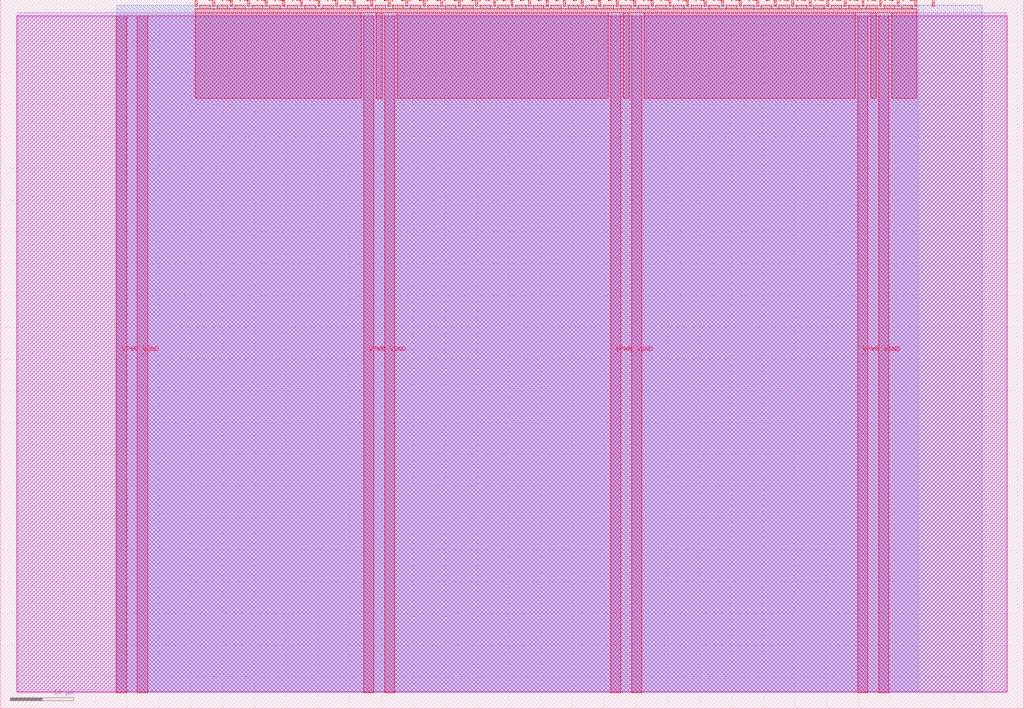
<source format=lef>
VERSION 5.7 ;
  NOWIREEXTENSIONATPIN ON ;
  DIVIDERCHAR "/" ;
  BUSBITCHARS "[]" ;
MACRO tt_um_anislam
  CLASS BLOCK ;
  FOREIGN tt_um_anislam ;
  ORIGIN 0.000 0.000 ;
  SIZE 161.000 BY 111.520 ;
  PIN VGND
    DIRECTION INOUT ;
    USE GROUND ;
    PORT
      LAYER met4 ;
        RECT 21.580 2.480 23.180 109.040 ;
    END
    PORT
      LAYER met4 ;
        RECT 60.450 2.480 62.050 109.040 ;
    END
    PORT
      LAYER met4 ;
        RECT 99.320 2.480 100.920 109.040 ;
    END
    PORT
      LAYER met4 ;
        RECT 138.190 2.480 139.790 109.040 ;
    END
  END VGND
  PIN VPWR
    DIRECTION INOUT ;
    USE POWER ;
    PORT
      LAYER met4 ;
        RECT 18.280 2.480 19.880 109.040 ;
    END
    PORT
      LAYER met4 ;
        RECT 57.150 2.480 58.750 109.040 ;
    END
    PORT
      LAYER met4 ;
        RECT 96.020 2.480 97.620 109.040 ;
    END
    PORT
      LAYER met4 ;
        RECT 134.890 2.480 136.490 109.040 ;
    END
  END VPWR
  PIN clk
    DIRECTION INPUT ;
    USE SIGNAL ;
    ANTENNAGATEAREA 0.852000 ;
    PORT
      LAYER met4 ;
        RECT 143.830 110.520 144.130 111.520 ;
    END
  END clk
  PIN ena
    DIRECTION INPUT ;
    USE SIGNAL ;
    PORT
      LAYER met4 ;
        RECT 146.590 110.520 146.890 111.520 ;
    END
  END ena
  PIN rst_n
    DIRECTION INPUT ;
    USE SIGNAL ;
    ANTENNAGATEAREA 0.213000 ;
    PORT
      LAYER met4 ;
        RECT 141.070 110.520 141.370 111.520 ;
    END
  END rst_n
  PIN ui_in[0]
    DIRECTION INPUT ;
    USE SIGNAL ;
    ANTENNAGATEAREA 0.196500 ;
    PORT
      LAYER met4 ;
        RECT 138.310 110.520 138.610 111.520 ;
    END
  END ui_in[0]
  PIN ui_in[1]
    DIRECTION INPUT ;
    USE SIGNAL ;
    ANTENNAGATEAREA 0.196500 ;
    PORT
      LAYER met4 ;
        RECT 135.550 110.520 135.850 111.520 ;
    END
  END ui_in[1]
  PIN ui_in[2]
    DIRECTION INPUT ;
    USE SIGNAL ;
    ANTENNAGATEAREA 0.159000 ;
    PORT
      LAYER met4 ;
        RECT 132.790 110.520 133.090 111.520 ;
    END
  END ui_in[2]
  PIN ui_in[3]
    DIRECTION INPUT ;
    USE SIGNAL ;
    ANTENNAGATEAREA 0.213000 ;
    PORT
      LAYER met4 ;
        RECT 130.030 110.520 130.330 111.520 ;
    END
  END ui_in[3]
  PIN ui_in[4]
    DIRECTION INPUT ;
    USE SIGNAL ;
    ANTENNAGATEAREA 0.126000 ;
    PORT
      LAYER met4 ;
        RECT 127.270 110.520 127.570 111.520 ;
    END
  END ui_in[4]
  PIN ui_in[5]
    DIRECTION INPUT ;
    USE SIGNAL ;
    ANTENNAGATEAREA 0.196500 ;
    PORT
      LAYER met4 ;
        RECT 124.510 110.520 124.810 111.520 ;
    END
  END ui_in[5]
  PIN ui_in[6]
    DIRECTION INPUT ;
    USE SIGNAL ;
    ANTENNAGATEAREA 0.196500 ;
    PORT
      LAYER met4 ;
        RECT 121.750 110.520 122.050 111.520 ;
    END
  END ui_in[6]
  PIN ui_in[7]
    DIRECTION INPUT ;
    USE SIGNAL ;
    ANTENNAGATEAREA 0.196500 ;
    PORT
      LAYER met4 ;
        RECT 118.990 110.520 119.290 111.520 ;
    END
  END ui_in[7]
  PIN uio_in[0]
    DIRECTION INPUT ;
    USE SIGNAL ;
    ANTENNAGATEAREA 0.196500 ;
    PORT
      LAYER met4 ;
        RECT 116.230 110.520 116.530 111.520 ;
    END
  END uio_in[0]
  PIN uio_in[1]
    DIRECTION INPUT ;
    USE SIGNAL ;
    ANTENNAGATEAREA 0.196500 ;
    PORT
      LAYER met4 ;
        RECT 113.470 110.520 113.770 111.520 ;
    END
  END uio_in[1]
  PIN uio_in[2]
    DIRECTION INPUT ;
    USE SIGNAL ;
    ANTENNAGATEAREA 0.196500 ;
    PORT
      LAYER met4 ;
        RECT 110.710 110.520 111.010 111.520 ;
    END
  END uio_in[2]
  PIN uio_in[3]
    DIRECTION INPUT ;
    USE SIGNAL ;
    ANTENNAGATEAREA 0.159000 ;
    PORT
      LAYER met4 ;
        RECT 107.950 110.520 108.250 111.520 ;
    END
  END uio_in[3]
  PIN uio_in[4]
    DIRECTION INPUT ;
    USE SIGNAL ;
    ANTENNAGATEAREA 0.126000 ;
    PORT
      LAYER met4 ;
        RECT 105.190 110.520 105.490 111.520 ;
    END
  END uio_in[4]
  PIN uio_in[5]
    DIRECTION INPUT ;
    USE SIGNAL ;
    ANTENNAGATEAREA 0.196500 ;
    PORT
      LAYER met4 ;
        RECT 102.430 110.520 102.730 111.520 ;
    END
  END uio_in[5]
  PIN uio_in[6]
    DIRECTION INPUT ;
    USE SIGNAL ;
    ANTENNAGATEAREA 0.196500 ;
    PORT
      LAYER met4 ;
        RECT 99.670 110.520 99.970 111.520 ;
    END
  END uio_in[6]
  PIN uio_in[7]
    DIRECTION INPUT ;
    USE SIGNAL ;
    ANTENNAGATEAREA 0.196500 ;
    PORT
      LAYER met4 ;
        RECT 96.910 110.520 97.210 111.520 ;
    END
  END uio_in[7]
  PIN uio_oe[0]
    DIRECTION OUTPUT ;
    USE SIGNAL ;
    PORT
      LAYER met4 ;
        RECT 49.990 110.520 50.290 111.520 ;
    END
  END uio_oe[0]
  PIN uio_oe[1]
    DIRECTION OUTPUT ;
    USE SIGNAL ;
    PORT
      LAYER met4 ;
        RECT 47.230 110.520 47.530 111.520 ;
    END
  END uio_oe[1]
  PIN uio_oe[2]
    DIRECTION OUTPUT ;
    USE SIGNAL ;
    PORT
      LAYER met4 ;
        RECT 44.470 110.520 44.770 111.520 ;
    END
  END uio_oe[2]
  PIN uio_oe[3]
    DIRECTION OUTPUT ;
    USE SIGNAL ;
    PORT
      LAYER met4 ;
        RECT 41.710 110.520 42.010 111.520 ;
    END
  END uio_oe[3]
  PIN uio_oe[4]
    DIRECTION OUTPUT ;
    USE SIGNAL ;
    PORT
      LAYER met4 ;
        RECT 38.950 110.520 39.250 111.520 ;
    END
  END uio_oe[4]
  PIN uio_oe[5]
    DIRECTION OUTPUT ;
    USE SIGNAL ;
    PORT
      LAYER met4 ;
        RECT 36.190 110.520 36.490 111.520 ;
    END
  END uio_oe[5]
  PIN uio_oe[6]
    DIRECTION OUTPUT ;
    USE SIGNAL ;
    PORT
      LAYER met4 ;
        RECT 33.430 110.520 33.730 111.520 ;
    END
  END uio_oe[6]
  PIN uio_oe[7]
    DIRECTION OUTPUT ;
    USE SIGNAL ;
    PORT
      LAYER met4 ;
        RECT 30.670 110.520 30.970 111.520 ;
    END
  END uio_oe[7]
  PIN uio_out[0]
    DIRECTION OUTPUT ;
    USE SIGNAL ;
    PORT
      LAYER met4 ;
        RECT 72.070 110.520 72.370 111.520 ;
    END
  END uio_out[0]
  PIN uio_out[1]
    DIRECTION OUTPUT ;
    USE SIGNAL ;
    PORT
      LAYER met4 ;
        RECT 69.310 110.520 69.610 111.520 ;
    END
  END uio_out[1]
  PIN uio_out[2]
    DIRECTION OUTPUT ;
    USE SIGNAL ;
    PORT
      LAYER met4 ;
        RECT 66.550 110.520 66.850 111.520 ;
    END
  END uio_out[2]
  PIN uio_out[3]
    DIRECTION OUTPUT ;
    USE SIGNAL ;
    PORT
      LAYER met4 ;
        RECT 63.790 110.520 64.090 111.520 ;
    END
  END uio_out[3]
  PIN uio_out[4]
    DIRECTION OUTPUT ;
    USE SIGNAL ;
    PORT
      LAYER met4 ;
        RECT 61.030 110.520 61.330 111.520 ;
    END
  END uio_out[4]
  PIN uio_out[5]
    DIRECTION OUTPUT ;
    USE SIGNAL ;
    PORT
      LAYER met4 ;
        RECT 58.270 110.520 58.570 111.520 ;
    END
  END uio_out[5]
  PIN uio_out[6]
    DIRECTION OUTPUT ;
    USE SIGNAL ;
    PORT
      LAYER met4 ;
        RECT 55.510 110.520 55.810 111.520 ;
    END
  END uio_out[6]
  PIN uio_out[7]
    DIRECTION OUTPUT ;
    USE SIGNAL ;
    PORT
      LAYER met4 ;
        RECT 52.750 110.520 53.050 111.520 ;
    END
  END uio_out[7]
  PIN uo_out[0]
    DIRECTION OUTPUT ;
    USE SIGNAL ;
    ANTENNADIFFAREA 0.445500 ;
    PORT
      LAYER met4 ;
        RECT 94.150 110.520 94.450 111.520 ;
    END
  END uo_out[0]
  PIN uo_out[1]
    DIRECTION OUTPUT ;
    USE SIGNAL ;
    ANTENNADIFFAREA 0.445500 ;
    PORT
      LAYER met4 ;
        RECT 91.390 110.520 91.690 111.520 ;
    END
  END uo_out[1]
  PIN uo_out[2]
    DIRECTION OUTPUT ;
    USE SIGNAL ;
    ANTENNADIFFAREA 0.445500 ;
    PORT
      LAYER met4 ;
        RECT 88.630 110.520 88.930 111.520 ;
    END
  END uo_out[2]
  PIN uo_out[3]
    DIRECTION OUTPUT ;
    USE SIGNAL ;
    ANTENNADIFFAREA 0.445500 ;
    PORT
      LAYER met4 ;
        RECT 85.870 110.520 86.170 111.520 ;
    END
  END uo_out[3]
  PIN uo_out[4]
    DIRECTION OUTPUT ;
    USE SIGNAL ;
    ANTENNADIFFAREA 0.445500 ;
    PORT
      LAYER met4 ;
        RECT 83.110 110.520 83.410 111.520 ;
    END
  END uo_out[4]
  PIN uo_out[5]
    DIRECTION OUTPUT ;
    USE SIGNAL ;
    ANTENNADIFFAREA 0.445500 ;
    PORT
      LAYER met4 ;
        RECT 80.350 110.520 80.650 111.520 ;
    END
  END uo_out[5]
  PIN uo_out[6]
    DIRECTION OUTPUT ;
    USE SIGNAL ;
    ANTENNADIFFAREA 0.795200 ;
    PORT
      LAYER met4 ;
        RECT 77.590 110.520 77.890 111.520 ;
    END
  END uo_out[6]
  PIN uo_out[7]
    DIRECTION OUTPUT ;
    USE SIGNAL ;
    ANTENNADIFFAREA 0.445500 ;
    PORT
      LAYER met4 ;
        RECT 74.830 110.520 75.130 111.520 ;
    END
  END uo_out[7]
  OBS
      LAYER nwell ;
        RECT 2.570 2.635 158.430 108.990 ;
      LAYER li1 ;
        RECT 2.760 2.635 158.240 108.885 ;
      LAYER met1 ;
        RECT 2.760 2.480 158.240 109.440 ;
      LAYER met2 ;
        RECT 18.310 2.535 154.460 110.685 ;
      LAYER met3 ;
        RECT 18.290 2.555 144.370 110.665 ;
      LAYER met4 ;
        RECT 31.370 110.120 33.030 110.665 ;
        RECT 34.130 110.120 35.790 110.665 ;
        RECT 36.890 110.120 38.550 110.665 ;
        RECT 39.650 110.120 41.310 110.665 ;
        RECT 42.410 110.120 44.070 110.665 ;
        RECT 45.170 110.120 46.830 110.665 ;
        RECT 47.930 110.120 49.590 110.665 ;
        RECT 50.690 110.120 52.350 110.665 ;
        RECT 53.450 110.120 55.110 110.665 ;
        RECT 56.210 110.120 57.870 110.665 ;
        RECT 58.970 110.120 60.630 110.665 ;
        RECT 61.730 110.120 63.390 110.665 ;
        RECT 64.490 110.120 66.150 110.665 ;
        RECT 67.250 110.120 68.910 110.665 ;
        RECT 70.010 110.120 71.670 110.665 ;
        RECT 72.770 110.120 74.430 110.665 ;
        RECT 75.530 110.120 77.190 110.665 ;
        RECT 78.290 110.120 79.950 110.665 ;
        RECT 81.050 110.120 82.710 110.665 ;
        RECT 83.810 110.120 85.470 110.665 ;
        RECT 86.570 110.120 88.230 110.665 ;
        RECT 89.330 110.120 90.990 110.665 ;
        RECT 92.090 110.120 93.750 110.665 ;
        RECT 94.850 110.120 96.510 110.665 ;
        RECT 97.610 110.120 99.270 110.665 ;
        RECT 100.370 110.120 102.030 110.665 ;
        RECT 103.130 110.120 104.790 110.665 ;
        RECT 105.890 110.120 107.550 110.665 ;
        RECT 108.650 110.120 110.310 110.665 ;
        RECT 111.410 110.120 113.070 110.665 ;
        RECT 114.170 110.120 115.830 110.665 ;
        RECT 116.930 110.120 118.590 110.665 ;
        RECT 119.690 110.120 121.350 110.665 ;
        RECT 122.450 110.120 124.110 110.665 ;
        RECT 125.210 110.120 126.870 110.665 ;
        RECT 127.970 110.120 129.630 110.665 ;
        RECT 130.730 110.120 132.390 110.665 ;
        RECT 133.490 110.120 135.150 110.665 ;
        RECT 136.250 110.120 137.910 110.665 ;
        RECT 139.010 110.120 140.670 110.665 ;
        RECT 141.770 110.120 143.430 110.665 ;
        RECT 30.655 109.440 144.145 110.120 ;
        RECT 30.655 96.055 56.750 109.440 ;
        RECT 59.150 96.055 60.050 109.440 ;
        RECT 62.450 96.055 95.620 109.440 ;
        RECT 98.020 96.055 98.920 109.440 ;
        RECT 101.320 96.055 134.490 109.440 ;
        RECT 136.890 96.055 137.790 109.440 ;
        RECT 140.190 96.055 144.145 109.440 ;
  END
END tt_um_anislam
END LIBRARY


</source>
